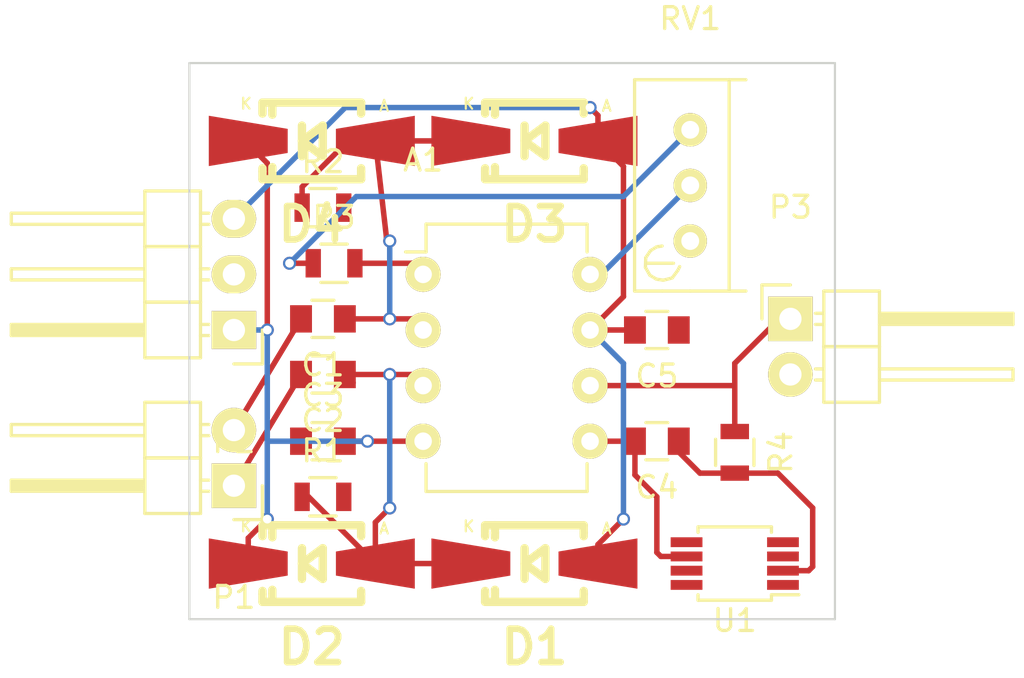
<source format=kicad_pcb>
(kicad_pcb (version 4) (host pcbnew 0.201505300414+5690~23~ubuntu14.04.1-product)

  (general
    (links 32)
    (no_connects 5)
    (area 0 0 0 0)
    (thickness 1.6)
    (drawings 4)
    (tracks 91)
    (zones 0)
    (modules 19)
    (nets 18)
  )

  (page A4)
  (layers
    (0 F.Cu signal)
    (31 B.Cu signal)
    (32 B.Adhes user)
    (33 F.Adhes user)
    (34 B.Paste user)
    (35 F.Paste user)
    (36 B.SilkS user)
    (37 F.SilkS user)
    (38 B.Mask user)
    (39 F.Mask user)
    (40 Dwgs.User user)
    (41 Cmts.User user)
    (42 Eco1.User user)
    (43 Eco2.User user)
    (44 Edge.Cuts user)
    (45 Margin user)
    (46 B.CrtYd user)
    (47 F.CrtYd user)
    (48 B.Fab user)
    (49 F.Fab user)
  )

  (setup
    (last_trace_width 0.25)
    (trace_clearance 0.2)
    (zone_clearance 0.508)
    (zone_45_only no)
    (trace_min 0.2)
    (segment_width 0.2)
    (edge_width 0.1)
    (via_size 0.6)
    (via_drill 0.4)
    (via_min_size 0.4)
    (via_min_drill 0.3)
    (uvia_size 0.3)
    (uvia_drill 0.1)
    (uvias_allowed no)
    (uvia_min_size 0.2)
    (uvia_min_drill 0.1)
    (pcb_text_width 0.3)
    (pcb_text_size 1.5 1.5)
    (mod_edge_width 0.15)
    (mod_text_size 1 1)
    (mod_text_width 0.15)
    (pad_size 1.5 1.5)
    (pad_drill 0.6)
    (pad_to_mask_clearance 0)
    (aux_axis_origin 0 0)
    (visible_elements FFFFFF7F)
    (pcbplotparams
      (layerselection 0x00030_80000001)
      (usegerberextensions false)
      (excludeedgelayer true)
      (linewidth 0.100000)
      (plotframeref false)
      (viasonmask false)
      (mode 1)
      (useauxorigin false)
      (hpglpennumber 1)
      (hpglpenspeed 20)
      (hpglpendiameter 15)
      (hpglpenoverlay 2)
      (psnegative false)
      (psa4output false)
      (plotreference true)
      (plotvalue true)
      (plotinvisibletext false)
      (padsonsilk false)
      (subtractmaskfromsilk false)
      (outputformat 1)
      (mirror false)
      (drillshape 1)
      (scaleselection 1)
      (outputdirectory ""))
  )

  (net 0 "")
  (net 1 "Net-(A1-Pad1)")
  (net 2 "Net-(A1-Pad2)")
  (net 3 "Net-(A1-Pad3)")
  (net 4 -15V)
  (net 5 "Net-(A1-Pad5)")
  (net 6 "Net-(A1-Pad6)")
  (net 7 +15V)
  (net 8 "Net-(A1-Pad8)")
  (net 9 "Net-(C1-Pad2)")
  (net 10 "Net-(C2-Pad2)")
  (net 11 GND)
  (net 12 "Net-(C4-Pad1)")
  (net 13 "Net-(R1-Pad2)")
  (net 14 "Net-(R3-Pad1)")
  (net 15 "Net-(RV1-Pad1)")
  (net 16 "Net-(U1-Pad4)")
  (net 17 "Net-(U1-Pad7)")

  (net_class Default "This is the default net class."
    (clearance 0.2)
    (trace_width 0.25)
    (via_dia 0.6)
    (via_drill 0.4)
    (uvia_dia 0.3)
    (uvia_drill 0.1)
    (add_net +15V)
    (add_net -15V)
    (add_net GND)
    (add_net "Net-(A1-Pad1)")
    (add_net "Net-(A1-Pad2)")
    (add_net "Net-(A1-Pad3)")
    (add_net "Net-(A1-Pad5)")
    (add_net "Net-(A1-Pad6)")
    (add_net "Net-(A1-Pad8)")
    (add_net "Net-(C1-Pad2)")
    (add_net "Net-(C2-Pad2)")
    (add_net "Net-(C4-Pad1)")
    (add_net "Net-(R1-Pad2)")
    (add_net "Net-(R3-Pad1)")
    (add_net "Net-(RV1-Pad1)")
    (add_net "Net-(U1-Pad4)")
    (add_net "Net-(U1-Pad7)")
  )

  (module Housings_DIP:DIP-8_W7.62mm (layer F.Cu) (tedit 54130A77) (tstamp 5574CBE1)
    (at 59.436 83.312)
    (descr "8-lead dip package, row spacing 7.62 mm (300 mils)")
    (tags "dil dip 2.54 300")
    (path /5573BC51)
    (fp_text reference A1 (at 0 -5.22) (layer F.SilkS)
      (effects (font (size 1 1) (thickness 0.15)))
    )
    (fp_text value INA217 (at 0 -3.72) (layer F.Fab)
      (effects (font (size 1 1) (thickness 0.15)))
    )
    (fp_line (start -1.05 -2.45) (end -1.05 10.1) (layer F.CrtYd) (width 0.05))
    (fp_line (start 8.65 -2.45) (end 8.65 10.1) (layer F.CrtYd) (width 0.05))
    (fp_line (start -1.05 -2.45) (end 8.65 -2.45) (layer F.CrtYd) (width 0.05))
    (fp_line (start -1.05 10.1) (end 8.65 10.1) (layer F.CrtYd) (width 0.05))
    (fp_line (start 0.135 -2.295) (end 0.135 -1.025) (layer F.SilkS) (width 0.15))
    (fp_line (start 7.485 -2.295) (end 7.485 -1.025) (layer F.SilkS) (width 0.15))
    (fp_line (start 7.485 9.915) (end 7.485 8.645) (layer F.SilkS) (width 0.15))
    (fp_line (start 0.135 9.915) (end 0.135 8.645) (layer F.SilkS) (width 0.15))
    (fp_line (start 0.135 -2.295) (end 7.485 -2.295) (layer F.SilkS) (width 0.15))
    (fp_line (start 0.135 9.915) (end 7.485 9.915) (layer F.SilkS) (width 0.15))
    (fp_line (start 0.135 -1.025) (end -0.8 -1.025) (layer F.SilkS) (width 0.15))
    (pad 1 thru_hole oval (at 0 0) (size 1.6 1.6) (drill 0.8) (layers *.Cu *.Mask F.SilkS)
      (net 1 "Net-(A1-Pad1)"))
    (pad 2 thru_hole oval (at 0 2.54) (size 1.6 1.6) (drill 0.8) (layers *.Cu *.Mask F.SilkS)
      (net 2 "Net-(A1-Pad2)"))
    (pad 3 thru_hole oval (at 0 5.08) (size 1.6 1.6) (drill 0.8) (layers *.Cu *.Mask F.SilkS)
      (net 3 "Net-(A1-Pad3)"))
    (pad 4 thru_hole oval (at 0 7.62) (size 1.6 1.6) (drill 0.8) (layers *.Cu *.Mask F.SilkS)
      (net 4 -15V))
    (pad 5 thru_hole oval (at 7.62 7.62) (size 1.6 1.6) (drill 0.8) (layers *.Cu *.Mask F.SilkS)
      (net 5 "Net-(A1-Pad5)"))
    (pad 6 thru_hole oval (at 7.62 5.08) (size 1.6 1.6) (drill 0.8) (layers *.Cu *.Mask F.SilkS)
      (net 6 "Net-(A1-Pad6)"))
    (pad 7 thru_hole oval (at 7.62 2.54) (size 1.6 1.6) (drill 0.8) (layers *.Cu *.Mask F.SilkS)
      (net 7 +15V))
    (pad 8 thru_hole oval (at 7.62 0) (size 1.6 1.6) (drill 0.8) (layers *.Cu *.Mask F.SilkS)
      (net 8 "Net-(A1-Pad8)"))
    (model Housings_DIP.3dshapes/DIP-8_W7.62mm.wrl
      (at (xyz 0 0 0))
      (scale (xyz 1 1 1))
      (rotate (xyz 0 0 0))
    )
  )

  (module Capacitors_SMD:C_0805 (layer F.Cu) (tedit 5415D6EA) (tstamp 5574CBE7)
    (at 54.864 85.344 180)
    (descr "Capacitor SMD 0805, reflow soldering, AVX (see smccp.pdf)")
    (tags "capacitor 0805")
    (path /5573C68A)
    (attr smd)
    (fp_text reference C1 (at 0 -2.1 180) (layer F.SilkS)
      (effects (font (size 1 1) (thickness 0.15)))
    )
    (fp_text value 1uf (at 0 2.1 180) (layer F.Fab)
      (effects (font (size 1 1) (thickness 0.15)))
    )
    (fp_line (start -1.8 -1) (end 1.8 -1) (layer F.CrtYd) (width 0.05))
    (fp_line (start -1.8 1) (end 1.8 1) (layer F.CrtYd) (width 0.05))
    (fp_line (start -1.8 -1) (end -1.8 1) (layer F.CrtYd) (width 0.05))
    (fp_line (start 1.8 -1) (end 1.8 1) (layer F.CrtYd) (width 0.05))
    (fp_line (start 0.5 -0.85) (end -0.5 -0.85) (layer F.SilkS) (width 0.15))
    (fp_line (start -0.5 0.85) (end 0.5 0.85) (layer F.SilkS) (width 0.15))
    (pad 1 smd rect (at -1 0 180) (size 1 1.25) (layers F.Cu F.Paste F.Mask)
      (net 2 "Net-(A1-Pad2)"))
    (pad 2 smd rect (at 1 0 180) (size 1 1.25) (layers F.Cu F.Paste F.Mask)
      (net 9 "Net-(C1-Pad2)"))
    (model Capacitors_SMD.3dshapes/C_0805.wrl
      (at (xyz 0 0 0))
      (scale (xyz 1 1 1))
      (rotate (xyz 0 0 0))
    )
  )

  (module Capacitors_SMD:C_0805 (layer F.Cu) (tedit 5415D6EA) (tstamp 5574CBED)
    (at 54.864 87.884 180)
    (descr "Capacitor SMD 0805, reflow soldering, AVX (see smccp.pdf)")
    (tags "capacitor 0805")
    (path /5573C6BF)
    (attr smd)
    (fp_text reference C2 (at 0 -2.1 180) (layer F.SilkS)
      (effects (font (size 1 1) (thickness 0.15)))
    )
    (fp_text value 1uf (at 0 2.1 180) (layer F.Fab)
      (effects (font (size 1 1) (thickness 0.15)))
    )
    (fp_line (start -1.8 -1) (end 1.8 -1) (layer F.CrtYd) (width 0.05))
    (fp_line (start -1.8 1) (end 1.8 1) (layer F.CrtYd) (width 0.05))
    (fp_line (start -1.8 -1) (end -1.8 1) (layer F.CrtYd) (width 0.05))
    (fp_line (start 1.8 -1) (end 1.8 1) (layer F.CrtYd) (width 0.05))
    (fp_line (start 0.5 -0.85) (end -0.5 -0.85) (layer F.SilkS) (width 0.15))
    (fp_line (start -0.5 0.85) (end 0.5 0.85) (layer F.SilkS) (width 0.15))
    (pad 1 smd rect (at -1 0 180) (size 1 1.25) (layers F.Cu F.Paste F.Mask)
      (net 3 "Net-(A1-Pad3)"))
    (pad 2 smd rect (at 1 0 180) (size 1 1.25) (layers F.Cu F.Paste F.Mask)
      (net 10 "Net-(C2-Pad2)"))
    (model Capacitors_SMD.3dshapes/C_0805.wrl
      (at (xyz 0 0 0))
      (scale (xyz 1 1 1))
      (rotate (xyz 0 0 0))
    )
  )

  (module Capacitors_SMD:C_0805 (layer F.Cu) (tedit 5415D6EA) (tstamp 5574CBF3)
    (at 54.864 90.932)
    (descr "Capacitor SMD 0805, reflow soldering, AVX (see smccp.pdf)")
    (tags "capacitor 0805")
    (path /5573CC60)
    (attr smd)
    (fp_text reference C3 (at 0 -2.1) (layer F.SilkS)
      (effects (font (size 1 1) (thickness 0.15)))
    )
    (fp_text value 0.1uf (at 0 2.1) (layer F.Fab)
      (effects (font (size 1 1) (thickness 0.15)))
    )
    (fp_line (start -1.8 -1) (end 1.8 -1) (layer F.CrtYd) (width 0.05))
    (fp_line (start -1.8 1) (end 1.8 1) (layer F.CrtYd) (width 0.05))
    (fp_line (start -1.8 -1) (end -1.8 1) (layer F.CrtYd) (width 0.05))
    (fp_line (start 1.8 -1) (end 1.8 1) (layer F.CrtYd) (width 0.05))
    (fp_line (start 0.5 -0.85) (end -0.5 -0.85) (layer F.SilkS) (width 0.15))
    (fp_line (start -0.5 0.85) (end 0.5 0.85) (layer F.SilkS) (width 0.15))
    (pad 1 smd rect (at -1 0) (size 1 1.25) (layers F.Cu F.Paste F.Mask)
      (net 11 GND))
    (pad 2 smd rect (at 1 0) (size 1 1.25) (layers F.Cu F.Paste F.Mask)
      (net 4 -15V))
    (model Capacitors_SMD.3dshapes/C_0805.wrl
      (at (xyz 0 0 0))
      (scale (xyz 1 1 1))
      (rotate (xyz 0 0 0))
    )
  )

  (module Capacitors_SMD:C_0805 (layer F.Cu) (tedit 5415D6EA) (tstamp 5574CBF9)
    (at 70.104 90.932 180)
    (descr "Capacitor SMD 0805, reflow soldering, AVX (see smccp.pdf)")
    (tags "capacitor 0805")
    (path /55749A81)
    (attr smd)
    (fp_text reference C4 (at 0 -2.1 180) (layer F.SilkS)
      (effects (font (size 1 1) (thickness 0.15)))
    )
    (fp_text value 0.1uf (at 0 2.1 180) (layer F.Fab)
      (effects (font (size 1 1) (thickness 0.15)))
    )
    (fp_line (start -1.8 -1) (end 1.8 -1) (layer F.CrtYd) (width 0.05))
    (fp_line (start -1.8 1) (end 1.8 1) (layer F.CrtYd) (width 0.05))
    (fp_line (start -1.8 -1) (end -1.8 1) (layer F.CrtYd) (width 0.05))
    (fp_line (start 1.8 -1) (end 1.8 1) (layer F.CrtYd) (width 0.05))
    (fp_line (start 0.5 -0.85) (end -0.5 -0.85) (layer F.SilkS) (width 0.15))
    (fp_line (start -0.5 0.85) (end 0.5 0.85) (layer F.SilkS) (width 0.15))
    (pad 1 smd rect (at -1 0 180) (size 1 1.25) (layers F.Cu F.Paste F.Mask)
      (net 12 "Net-(C4-Pad1)"))
    (pad 2 smd rect (at 1 0 180) (size 1 1.25) (layers F.Cu F.Paste F.Mask)
      (net 5 "Net-(A1-Pad5)"))
    (model Capacitors_SMD.3dshapes/C_0805.wrl
      (at (xyz 0 0 0))
      (scale (xyz 1 1 1))
      (rotate (xyz 0 0 0))
    )
  )

  (module Capacitors_SMD:C_0805 (layer F.Cu) (tedit 5415D6EA) (tstamp 5574CBFF)
    (at 70.104 85.852 180)
    (descr "Capacitor SMD 0805, reflow soldering, AVX (see smccp.pdf)")
    (tags "capacitor 0805")
    (path /5573DAF6)
    (attr smd)
    (fp_text reference C5 (at 0 -2.1 180) (layer F.SilkS)
      (effects (font (size 1 1) (thickness 0.15)))
    )
    (fp_text value 0.1uf (at 0 2.1 180) (layer F.Fab)
      (effects (font (size 1 1) (thickness 0.15)))
    )
    (fp_line (start -1.8 -1) (end 1.8 -1) (layer F.CrtYd) (width 0.05))
    (fp_line (start -1.8 1) (end 1.8 1) (layer F.CrtYd) (width 0.05))
    (fp_line (start -1.8 -1) (end -1.8 1) (layer F.CrtYd) (width 0.05))
    (fp_line (start 1.8 -1) (end 1.8 1) (layer F.CrtYd) (width 0.05))
    (fp_line (start 0.5 -0.85) (end -0.5 -0.85) (layer F.SilkS) (width 0.15))
    (fp_line (start -0.5 0.85) (end 0.5 0.85) (layer F.SilkS) (width 0.15))
    (pad 1 smd rect (at -1 0 180) (size 1 1.25) (layers F.Cu F.Paste F.Mask)
      (net 11 GND))
    (pad 2 smd rect (at 1 0 180) (size 1 1.25) (layers F.Cu F.Paste F.Mask)
      (net 7 +15V))
    (model Capacitors_SMD.3dshapes/C_0805.wrl
      (at (xyz 0 0 0))
      (scale (xyz 1 1 1))
      (rotate (xyz 0 0 0))
    )
  )

  (module Dioden_SMD_RevA_06Sep2012:Diode-Universal-SMA-SMB_Handsoldering_RevA_27July2010 (layer F.Cu) (tedit 5048C4D5) (tstamp 5574CC05)
    (at 64.516 96.52 180)
    (descr "Diode, Universal, SMA, SMB, Handsoldering,")
    (tags "Diode, Universal, SMA, SMB, Handsoldering,")
    (path /5573C2BA)
    (attr smd)
    (fp_text reference D1 (at 0 -3.81 180) (layer F.SilkS)
      (effects (font (thickness 0.3048)))
    )
    (fp_text value D (at 0 3.81 180) (layer F.SilkS) hide
      (effects (font (thickness 0.3048)))
    )
    (fp_line (start 0.44958 0) (end -0.50038 -0.70104) (layer F.SilkS) (width 0.381))
    (fp_line (start -0.50038 -0.70104) (end -0.50038 0.70104) (layer F.SilkS) (width 0.381))
    (fp_line (start -0.50038 0.70104) (end 0.44958 0) (layer F.SilkS) (width 0.381))
    (fp_line (start 0.44958 -0.70104) (end 0.44958 0.70104) (layer F.SilkS) (width 0.381))
    (fp_line (start -2.25044 1.39954) (end -2.25044 1.24968) (layer F.SilkS) (width 0.381))
    (fp_line (start -2.25044 -1.39954) (end -2.25044 -1.24968) (layer F.SilkS) (width 0.381))
    (fp_line (start 1.80086 1.39954) (end 1.80086 1.19888) (layer F.SilkS) (width 0.381))
    (fp_line (start 2.25044 1.34874) (end 2.25044 1.24968) (layer F.SilkS) (width 0.381))
    (fp_line (start 1.80086 -1.34874) (end 1.80086 -1.19888) (layer F.SilkS) (width 0.381))
    (fp_line (start 2.25044 -1.39954) (end 2.25044 -1.24968) (layer F.SilkS) (width 0.381))
    (fp_text user A (at -3.29946 1.6002 180) (layer F.SilkS)
      (effects (font (size 0.50038 0.50038) (thickness 0.09906)))
    )
    (fp_text user K (at 2.99974 1.69926 180) (layer F.SilkS)
      (effects (font (size 0.50038 0.50038) (thickness 0.09906)))
    )
    (fp_line (start 1.80086 1.75006) (end 1.80086 1.39954) (layer F.SilkS) (width 0.381))
    (fp_line (start 1.80086 -1.75006) (end 1.80086 -1.39954) (layer F.SilkS) (width 0.381))
    (fp_line (start 2.25044 1.75006) (end 2.25044 1.39954) (layer F.SilkS) (width 0.381))
    (fp_line (start -2.25044 1.75006) (end -2.25044 1.39954) (layer F.SilkS) (width 0.381))
    (fp_line (start -2.25044 -1.75006) (end -2.25044 -1.39954) (layer F.SilkS) (width 0.381))
    (fp_line (start 2.25044 -1.75006) (end 2.25044 -1.39954) (layer F.SilkS) (width 0.381))
    (fp_line (start -2.25044 1.75006) (end 2.25044 1.75006) (layer F.SilkS) (width 0.381))
    (fp_line (start -2.25044 -1.75006) (end 2.25044 -1.75006) (layer F.SilkS) (width 0.381))
    (pad 1 smd trapezoid (at -2.90068 0 180) (size 3.60172 1.69926) (rect_delta 0.59944 0 ) (layers F.Cu F.Paste F.Mask)
      (net 7 +15V))
    (pad 2 smd trapezoid (at 2.90068 0) (size 3.60172 1.69926) (rect_delta 0.59944 0 ) (layers F.Cu F.Paste F.Mask)
      (net 3 "Net-(A1-Pad3)"))
  )

  (module Dioden_SMD_RevA_06Sep2012:Diode-Universal-SMA-SMB_Handsoldering_RevA_27July2010 (layer F.Cu) (tedit 5048C4D5) (tstamp 5574CC0B)
    (at 54.356 96.52 180)
    (descr "Diode, Universal, SMA, SMB, Handsoldering,")
    (tags "Diode, Universal, SMA, SMB, Handsoldering,")
    (path /5573C357)
    (attr smd)
    (fp_text reference D2 (at 0 -3.81 180) (layer F.SilkS)
      (effects (font (thickness 0.3048)))
    )
    (fp_text value D (at 0 3.81 180) (layer F.SilkS) hide
      (effects (font (thickness 0.3048)))
    )
    (fp_line (start 0.44958 0) (end -0.50038 -0.70104) (layer F.SilkS) (width 0.381))
    (fp_line (start -0.50038 -0.70104) (end -0.50038 0.70104) (layer F.SilkS) (width 0.381))
    (fp_line (start -0.50038 0.70104) (end 0.44958 0) (layer F.SilkS) (width 0.381))
    (fp_line (start 0.44958 -0.70104) (end 0.44958 0.70104) (layer F.SilkS) (width 0.381))
    (fp_line (start -2.25044 1.39954) (end -2.25044 1.24968) (layer F.SilkS) (width 0.381))
    (fp_line (start -2.25044 -1.39954) (end -2.25044 -1.24968) (layer F.SilkS) (width 0.381))
    (fp_line (start 1.80086 1.39954) (end 1.80086 1.19888) (layer F.SilkS) (width 0.381))
    (fp_line (start 2.25044 1.34874) (end 2.25044 1.24968) (layer F.SilkS) (width 0.381))
    (fp_line (start 1.80086 -1.34874) (end 1.80086 -1.19888) (layer F.SilkS) (width 0.381))
    (fp_line (start 2.25044 -1.39954) (end 2.25044 -1.24968) (layer F.SilkS) (width 0.381))
    (fp_text user A (at -3.29946 1.6002 180) (layer F.SilkS)
      (effects (font (size 0.50038 0.50038) (thickness 0.09906)))
    )
    (fp_text user K (at 2.99974 1.69926 180) (layer F.SilkS)
      (effects (font (size 0.50038 0.50038) (thickness 0.09906)))
    )
    (fp_line (start 1.80086 1.75006) (end 1.80086 1.39954) (layer F.SilkS) (width 0.381))
    (fp_line (start 1.80086 -1.75006) (end 1.80086 -1.39954) (layer F.SilkS) (width 0.381))
    (fp_line (start 2.25044 1.75006) (end 2.25044 1.39954) (layer F.SilkS) (width 0.381))
    (fp_line (start -2.25044 1.75006) (end -2.25044 1.39954) (layer F.SilkS) (width 0.381))
    (fp_line (start -2.25044 -1.75006) (end -2.25044 -1.39954) (layer F.SilkS) (width 0.381))
    (fp_line (start 2.25044 -1.75006) (end 2.25044 -1.39954) (layer F.SilkS) (width 0.381))
    (fp_line (start -2.25044 1.75006) (end 2.25044 1.75006) (layer F.SilkS) (width 0.381))
    (fp_line (start -2.25044 -1.75006) (end 2.25044 -1.75006) (layer F.SilkS) (width 0.381))
    (pad 1 smd trapezoid (at -2.90068 0 180) (size 3.60172 1.69926) (rect_delta 0.59944 0 ) (layers F.Cu F.Paste F.Mask)
      (net 3 "Net-(A1-Pad3)"))
    (pad 2 smd trapezoid (at 2.90068 0) (size 3.60172 1.69926) (rect_delta 0.59944 0 ) (layers F.Cu F.Paste F.Mask)
      (net 4 -15V))
  )

  (module Dioden_SMD_RevA_06Sep2012:Diode-Universal-SMA-SMB_Handsoldering_RevA_27July2010 (layer F.Cu) (tedit 5048C4D5) (tstamp 5574CC11)
    (at 64.516 77.216 180)
    (descr "Diode, Universal, SMA, SMB, Handsoldering,")
    (tags "Diode, Universal, SMA, SMB, Handsoldering,")
    (path /5573C000)
    (attr smd)
    (fp_text reference D3 (at 0 -3.81 180) (layer F.SilkS)
      (effects (font (thickness 0.3048)))
    )
    (fp_text value D (at 0 3.81 180) (layer F.SilkS) hide
      (effects (font (thickness 0.3048)))
    )
    (fp_line (start 0.44958 0) (end -0.50038 -0.70104) (layer F.SilkS) (width 0.381))
    (fp_line (start -0.50038 -0.70104) (end -0.50038 0.70104) (layer F.SilkS) (width 0.381))
    (fp_line (start -0.50038 0.70104) (end 0.44958 0) (layer F.SilkS) (width 0.381))
    (fp_line (start 0.44958 -0.70104) (end 0.44958 0.70104) (layer F.SilkS) (width 0.381))
    (fp_line (start -2.25044 1.39954) (end -2.25044 1.24968) (layer F.SilkS) (width 0.381))
    (fp_line (start -2.25044 -1.39954) (end -2.25044 -1.24968) (layer F.SilkS) (width 0.381))
    (fp_line (start 1.80086 1.39954) (end 1.80086 1.19888) (layer F.SilkS) (width 0.381))
    (fp_line (start 2.25044 1.34874) (end 2.25044 1.24968) (layer F.SilkS) (width 0.381))
    (fp_line (start 1.80086 -1.34874) (end 1.80086 -1.19888) (layer F.SilkS) (width 0.381))
    (fp_line (start 2.25044 -1.39954) (end 2.25044 -1.24968) (layer F.SilkS) (width 0.381))
    (fp_text user A (at -3.29946 1.6002 180) (layer F.SilkS)
      (effects (font (size 0.50038 0.50038) (thickness 0.09906)))
    )
    (fp_text user K (at 2.99974 1.69926 180) (layer F.SilkS)
      (effects (font (size 0.50038 0.50038) (thickness 0.09906)))
    )
    (fp_line (start 1.80086 1.75006) (end 1.80086 1.39954) (layer F.SilkS) (width 0.381))
    (fp_line (start 1.80086 -1.75006) (end 1.80086 -1.39954) (layer F.SilkS) (width 0.381))
    (fp_line (start 2.25044 1.75006) (end 2.25044 1.39954) (layer F.SilkS) (width 0.381))
    (fp_line (start -2.25044 1.75006) (end -2.25044 1.39954) (layer F.SilkS) (width 0.381))
    (fp_line (start -2.25044 -1.75006) (end -2.25044 -1.39954) (layer F.SilkS) (width 0.381))
    (fp_line (start 2.25044 -1.75006) (end 2.25044 -1.39954) (layer F.SilkS) (width 0.381))
    (fp_line (start -2.25044 1.75006) (end 2.25044 1.75006) (layer F.SilkS) (width 0.381))
    (fp_line (start -2.25044 -1.75006) (end 2.25044 -1.75006) (layer F.SilkS) (width 0.381))
    (pad 1 smd trapezoid (at -2.90068 0 180) (size 3.60172 1.69926) (rect_delta 0.59944 0 ) (layers F.Cu F.Paste F.Mask)
      (net 7 +15V))
    (pad 2 smd trapezoid (at 2.90068 0) (size 3.60172 1.69926) (rect_delta 0.59944 0 ) (layers F.Cu F.Paste F.Mask)
      (net 2 "Net-(A1-Pad2)"))
  )

  (module Dioden_SMD_RevA_06Sep2012:Diode-Universal-SMA-SMB_Handsoldering_RevA_27July2010 (layer F.Cu) (tedit 5048C4D5) (tstamp 5574CC17)
    (at 54.356 77.216 180)
    (descr "Diode, Universal, SMA, SMB, Handsoldering,")
    (tags "Diode, Universal, SMA, SMB, Handsoldering,")
    (path /5573C035)
    (attr smd)
    (fp_text reference D4 (at 0 -3.81 180) (layer F.SilkS)
      (effects (font (thickness 0.3048)))
    )
    (fp_text value D (at 0 3.81 180) (layer F.SilkS) hide
      (effects (font (thickness 0.3048)))
    )
    (fp_line (start 0.44958 0) (end -0.50038 -0.70104) (layer F.SilkS) (width 0.381))
    (fp_line (start -0.50038 -0.70104) (end -0.50038 0.70104) (layer F.SilkS) (width 0.381))
    (fp_line (start -0.50038 0.70104) (end 0.44958 0) (layer F.SilkS) (width 0.381))
    (fp_line (start 0.44958 -0.70104) (end 0.44958 0.70104) (layer F.SilkS) (width 0.381))
    (fp_line (start -2.25044 1.39954) (end -2.25044 1.24968) (layer F.SilkS) (width 0.381))
    (fp_line (start -2.25044 -1.39954) (end -2.25044 -1.24968) (layer F.SilkS) (width 0.381))
    (fp_line (start 1.80086 1.39954) (end 1.80086 1.19888) (layer F.SilkS) (width 0.381))
    (fp_line (start 2.25044 1.34874) (end 2.25044 1.24968) (layer F.SilkS) (width 0.381))
    (fp_line (start 1.80086 -1.34874) (end 1.80086 -1.19888) (layer F.SilkS) (width 0.381))
    (fp_line (start 2.25044 -1.39954) (end 2.25044 -1.24968) (layer F.SilkS) (width 0.381))
    (fp_text user A (at -3.29946 1.6002 180) (layer F.SilkS)
      (effects (font (size 0.50038 0.50038) (thickness 0.09906)))
    )
    (fp_text user K (at 2.99974 1.69926 180) (layer F.SilkS)
      (effects (font (size 0.50038 0.50038) (thickness 0.09906)))
    )
    (fp_line (start 1.80086 1.75006) (end 1.80086 1.39954) (layer F.SilkS) (width 0.381))
    (fp_line (start 1.80086 -1.75006) (end 1.80086 -1.39954) (layer F.SilkS) (width 0.381))
    (fp_line (start 2.25044 1.75006) (end 2.25044 1.39954) (layer F.SilkS) (width 0.381))
    (fp_line (start -2.25044 1.75006) (end -2.25044 1.39954) (layer F.SilkS) (width 0.381))
    (fp_line (start -2.25044 -1.75006) (end -2.25044 -1.39954) (layer F.SilkS) (width 0.381))
    (fp_line (start 2.25044 -1.75006) (end 2.25044 -1.39954) (layer F.SilkS) (width 0.381))
    (fp_line (start -2.25044 1.75006) (end 2.25044 1.75006) (layer F.SilkS) (width 0.381))
    (fp_line (start -2.25044 -1.75006) (end 2.25044 -1.75006) (layer F.SilkS) (width 0.381))
    (pad 1 smd trapezoid (at -2.90068 0 180) (size 3.60172 1.69926) (rect_delta 0.59944 0 ) (layers F.Cu F.Paste F.Mask)
      (net 2 "Net-(A1-Pad2)"))
    (pad 2 smd trapezoid (at 2.90068 0) (size 3.60172 1.69926) (rect_delta 0.59944 0 ) (layers F.Cu F.Paste F.Mask)
      (net 4 -15V))
  )

  (module Pin_Headers:Pin_Header_Angled_1x02 (layer F.Cu) (tedit 0) (tstamp 5574CC1D)
    (at 50.8 92.964 180)
    (descr "Through hole pin header")
    (tags "pin header")
    (path /5573BFA3)
    (fp_text reference P1 (at 0 -5.1 180) (layer F.SilkS)
      (effects (font (size 1 1) (thickness 0.15)))
    )
    (fp_text value RCA_IN (at 0 -3.1 180) (layer F.Fab)
      (effects (font (size 1 1) (thickness 0.15)))
    )
    (fp_line (start -1.5 -1.75) (end -1.5 4.3) (layer F.CrtYd) (width 0.05))
    (fp_line (start 10.65 -1.75) (end 10.65 4.3) (layer F.CrtYd) (width 0.05))
    (fp_line (start -1.5 -1.75) (end 10.65 -1.75) (layer F.CrtYd) (width 0.05))
    (fp_line (start -1.5 4.3) (end 10.65 4.3) (layer F.CrtYd) (width 0.05))
    (fp_line (start -1.3 -1.55) (end -1.3 0) (layer F.SilkS) (width 0.15))
    (fp_line (start 0 -1.55) (end -1.3 -1.55) (layer F.SilkS) (width 0.15))
    (fp_line (start 4.191 -0.127) (end 10.033 -0.127) (layer F.SilkS) (width 0.15))
    (fp_line (start 10.033 -0.127) (end 10.033 0.127) (layer F.SilkS) (width 0.15))
    (fp_line (start 10.033 0.127) (end 4.191 0.127) (layer F.SilkS) (width 0.15))
    (fp_line (start 4.191 0.127) (end 4.191 0) (layer F.SilkS) (width 0.15))
    (fp_line (start 4.191 0) (end 10.033 0) (layer F.SilkS) (width 0.15))
    (fp_line (start 1.524 -0.254) (end 1.143 -0.254) (layer F.SilkS) (width 0.15))
    (fp_line (start 1.524 0.254) (end 1.143 0.254) (layer F.SilkS) (width 0.15))
    (fp_line (start 1.524 2.286) (end 1.143 2.286) (layer F.SilkS) (width 0.15))
    (fp_line (start 1.524 2.794) (end 1.143 2.794) (layer F.SilkS) (width 0.15))
    (fp_line (start 1.524 -1.27) (end 4.064 -1.27) (layer F.SilkS) (width 0.15))
    (fp_line (start 1.524 1.27) (end 4.064 1.27) (layer F.SilkS) (width 0.15))
    (fp_line (start 1.524 1.27) (end 1.524 3.81) (layer F.SilkS) (width 0.15))
    (fp_line (start 1.524 3.81) (end 4.064 3.81) (layer F.SilkS) (width 0.15))
    (fp_line (start 4.064 2.286) (end 10.16 2.286) (layer F.SilkS) (width 0.15))
    (fp_line (start 10.16 2.286) (end 10.16 2.794) (layer F.SilkS) (width 0.15))
    (fp_line (start 10.16 2.794) (end 4.064 2.794) (layer F.SilkS) (width 0.15))
    (fp_line (start 4.064 3.81) (end 4.064 1.27) (layer F.SilkS) (width 0.15))
    (fp_line (start 4.064 1.27) (end 4.064 -1.27) (layer F.SilkS) (width 0.15))
    (fp_line (start 10.16 0.254) (end 4.064 0.254) (layer F.SilkS) (width 0.15))
    (fp_line (start 10.16 -0.254) (end 10.16 0.254) (layer F.SilkS) (width 0.15))
    (fp_line (start 4.064 -0.254) (end 10.16 -0.254) (layer F.SilkS) (width 0.15))
    (fp_line (start 1.524 1.27) (end 4.064 1.27) (layer F.SilkS) (width 0.15))
    (fp_line (start 1.524 -1.27) (end 1.524 1.27) (layer F.SilkS) (width 0.15))
    (pad 1 thru_hole rect (at 0 0 180) (size 2.032 2.032) (drill 1.016) (layers *.Cu *.Mask F.SilkS)
      (net 10 "Net-(C2-Pad2)"))
    (pad 2 thru_hole oval (at 0 2.54 180) (size 2.032 2.032) (drill 1.016) (layers *.Cu *.Mask F.SilkS)
      (net 9 "Net-(C1-Pad2)"))
    (model Pin_Headers.3dshapes/Pin_Header_Angled_1x02.wrl
      (at (xyz 0 -0.05 0))
      (scale (xyz 1 1 1))
      (rotate (xyz 0 0 90))
    )
  )

  (module Pin_Headers:Pin_Header_Angled_1x03 (layer F.Cu) (tedit 0) (tstamp 5574CC24)
    (at 50.8 85.852 180)
    (descr "Through hole pin header")
    (tags "pin header")
    (path /5573BE69)
    (fp_text reference P2 (at 0 -5.1 180) (layer F.SilkS)
      (effects (font (size 1 1) (thickness 0.15)))
    )
    (fp_text value Power (at 0 -3.1 180) (layer F.Fab)
      (effects (font (size 1 1) (thickness 0.15)))
    )
    (fp_line (start -1.5 -1.75) (end -1.5 6.85) (layer F.CrtYd) (width 0.05))
    (fp_line (start 10.65 -1.75) (end 10.65 6.85) (layer F.CrtYd) (width 0.05))
    (fp_line (start -1.5 -1.75) (end 10.65 -1.75) (layer F.CrtYd) (width 0.05))
    (fp_line (start -1.5 6.85) (end 10.65 6.85) (layer F.CrtYd) (width 0.05))
    (fp_line (start -1.3 -1.55) (end -1.3 0) (layer F.SilkS) (width 0.15))
    (fp_line (start 0 -1.55) (end -1.3 -1.55) (layer F.SilkS) (width 0.15))
    (fp_line (start 4.191 -0.127) (end 10.033 -0.127) (layer F.SilkS) (width 0.15))
    (fp_line (start 10.033 -0.127) (end 10.033 0.127) (layer F.SilkS) (width 0.15))
    (fp_line (start 10.033 0.127) (end 4.191 0.127) (layer F.SilkS) (width 0.15))
    (fp_line (start 4.191 0.127) (end 4.191 0) (layer F.SilkS) (width 0.15))
    (fp_line (start 4.191 0) (end 10.033 0) (layer F.SilkS) (width 0.15))
    (fp_line (start 1.524 -0.254) (end 1.143 -0.254) (layer F.SilkS) (width 0.15))
    (fp_line (start 1.524 0.254) (end 1.143 0.254) (layer F.SilkS) (width 0.15))
    (fp_line (start 1.524 2.286) (end 1.143 2.286) (layer F.SilkS) (width 0.15))
    (fp_line (start 1.524 2.794) (end 1.143 2.794) (layer F.SilkS) (width 0.15))
    (fp_line (start 1.524 4.826) (end 1.143 4.826) (layer F.SilkS) (width 0.15))
    (fp_line (start 1.524 5.334) (end 1.143 5.334) (layer F.SilkS) (width 0.15))
    (fp_line (start 4.064 1.27) (end 4.064 -1.27) (layer F.SilkS) (width 0.15))
    (fp_line (start 10.16 0.254) (end 4.064 0.254) (layer F.SilkS) (width 0.15))
    (fp_line (start 10.16 -0.254) (end 10.16 0.254) (layer F.SilkS) (width 0.15))
    (fp_line (start 4.064 -0.254) (end 10.16 -0.254) (layer F.SilkS) (width 0.15))
    (fp_line (start 1.524 1.27) (end 4.064 1.27) (layer F.SilkS) (width 0.15))
    (fp_line (start 1.524 -1.27) (end 1.524 1.27) (layer F.SilkS) (width 0.15))
    (fp_line (start 1.524 -1.27) (end 4.064 -1.27) (layer F.SilkS) (width 0.15))
    (fp_line (start 1.524 3.81) (end 4.064 3.81) (layer F.SilkS) (width 0.15))
    (fp_line (start 1.524 3.81) (end 1.524 6.35) (layer F.SilkS) (width 0.15))
    (fp_line (start 4.064 4.826) (end 10.16 4.826) (layer F.SilkS) (width 0.15))
    (fp_line (start 10.16 4.826) (end 10.16 5.334) (layer F.SilkS) (width 0.15))
    (fp_line (start 10.16 5.334) (end 4.064 5.334) (layer F.SilkS) (width 0.15))
    (fp_line (start 4.064 6.35) (end 4.064 3.81) (layer F.SilkS) (width 0.15))
    (fp_line (start 4.064 3.81) (end 4.064 1.27) (layer F.SilkS) (width 0.15))
    (fp_line (start 10.16 2.794) (end 4.064 2.794) (layer F.SilkS) (width 0.15))
    (fp_line (start 10.16 2.286) (end 10.16 2.794) (layer F.SilkS) (width 0.15))
    (fp_line (start 4.064 2.286) (end 10.16 2.286) (layer F.SilkS) (width 0.15))
    (fp_line (start 1.524 3.81) (end 4.064 3.81) (layer F.SilkS) (width 0.15))
    (fp_line (start 1.524 1.27) (end 1.524 3.81) (layer F.SilkS) (width 0.15))
    (fp_line (start 1.524 1.27) (end 4.064 1.27) (layer F.SilkS) (width 0.15))
    (fp_line (start 1.524 6.35) (end 4.064 6.35) (layer F.SilkS) (width 0.15))
    (pad 1 thru_hole rect (at 0 0 180) (size 2.032 1.7272) (drill 1.016) (layers *.Cu *.Mask F.SilkS)
      (net 4 -15V))
    (pad 2 thru_hole oval (at 0 2.54 180) (size 2.032 1.7272) (drill 1.016) (layers *.Cu *.Mask F.SilkS)
      (net 11 GND))
    (pad 3 thru_hole oval (at 0 5.08 180) (size 2.032 1.7272) (drill 1.016) (layers *.Cu *.Mask F.SilkS)
      (net 7 +15V))
    (model Pin_Headers.3dshapes/Pin_Header_Angled_1x03.wrl
      (at (xyz 0 -0.1 0))
      (scale (xyz 1 1 1))
      (rotate (xyz 0 0 90))
    )
  )

  (module Pin_Headers:Pin_Header_Angled_1x02 (layer F.Cu) (tedit 0) (tstamp 5574CC2A)
    (at 76.2 85.344)
    (descr "Through hole pin header")
    (tags "pin header")
    (path /5573ED94)
    (fp_text reference P3 (at 0 -5.1) (layer F.SilkS)
      (effects (font (size 1 1) (thickness 0.15)))
    )
    (fp_text value RCA_OUT (at 0 -3.1) (layer F.Fab)
      (effects (font (size 1 1) (thickness 0.15)))
    )
    (fp_line (start -1.5 -1.75) (end -1.5 4.3) (layer F.CrtYd) (width 0.05))
    (fp_line (start 10.65 -1.75) (end 10.65 4.3) (layer F.CrtYd) (width 0.05))
    (fp_line (start -1.5 -1.75) (end 10.65 -1.75) (layer F.CrtYd) (width 0.05))
    (fp_line (start -1.5 4.3) (end 10.65 4.3) (layer F.CrtYd) (width 0.05))
    (fp_line (start -1.3 -1.55) (end -1.3 0) (layer F.SilkS) (width 0.15))
    (fp_line (start 0 -1.55) (end -1.3 -1.55) (layer F.SilkS) (width 0.15))
    (fp_line (start 4.191 -0.127) (end 10.033 -0.127) (layer F.SilkS) (width 0.15))
    (fp_line (start 10.033 -0.127) (end 10.033 0.127) (layer F.SilkS) (width 0.15))
    (fp_line (start 10.033 0.127) (end 4.191 0.127) (layer F.SilkS) (width 0.15))
    (fp_line (start 4.191 0.127) (end 4.191 0) (layer F.SilkS) (width 0.15))
    (fp_line (start 4.191 0) (end 10.033 0) (layer F.SilkS) (width 0.15))
    (fp_line (start 1.524 -0.254) (end 1.143 -0.254) (layer F.SilkS) (width 0.15))
    (fp_line (start 1.524 0.254) (end 1.143 0.254) (layer F.SilkS) (width 0.15))
    (fp_line (start 1.524 2.286) (end 1.143 2.286) (layer F.SilkS) (width 0.15))
    (fp_line (start 1.524 2.794) (end 1.143 2.794) (layer F.SilkS) (width 0.15))
    (fp_line (start 1.524 -1.27) (end 4.064 -1.27) (layer F.SilkS) (width 0.15))
    (fp_line (start 1.524 1.27) (end 4.064 1.27) (layer F.SilkS) (width 0.15))
    (fp_line (start 1.524 1.27) (end 1.524 3.81) (layer F.SilkS) (width 0.15))
    (fp_line (start 1.524 3.81) (end 4.064 3.81) (layer F.SilkS) (width 0.15))
    (fp_line (start 4.064 2.286) (end 10.16 2.286) (layer F.SilkS) (width 0.15))
    (fp_line (start 10.16 2.286) (end 10.16 2.794) (layer F.SilkS) (width 0.15))
    (fp_line (start 10.16 2.794) (end 4.064 2.794) (layer F.SilkS) (width 0.15))
    (fp_line (start 4.064 3.81) (end 4.064 1.27) (layer F.SilkS) (width 0.15))
    (fp_line (start 4.064 1.27) (end 4.064 -1.27) (layer F.SilkS) (width 0.15))
    (fp_line (start 10.16 0.254) (end 4.064 0.254) (layer F.SilkS) (width 0.15))
    (fp_line (start 10.16 -0.254) (end 10.16 0.254) (layer F.SilkS) (width 0.15))
    (fp_line (start 4.064 -0.254) (end 10.16 -0.254) (layer F.SilkS) (width 0.15))
    (fp_line (start 1.524 1.27) (end 4.064 1.27) (layer F.SilkS) (width 0.15))
    (fp_line (start 1.524 -1.27) (end 1.524 1.27) (layer F.SilkS) (width 0.15))
    (pad 1 thru_hole rect (at 0 0) (size 2.032 2.032) (drill 1.016) (layers *.Cu *.Mask F.SilkS)
      (net 6 "Net-(A1-Pad6)"))
    (pad 2 thru_hole oval (at 0 2.54) (size 2.032 2.032) (drill 1.016) (layers *.Cu *.Mask F.SilkS)
      (net 11 GND))
    (model Pin_Headers.3dshapes/Pin_Header_Angled_1x02.wrl
      (at (xyz 0 -0.05 0))
      (scale (xyz 1 1 1))
      (rotate (xyz 0 0 90))
    )
  )

  (module Resistors_SMD:R_0805 (layer F.Cu) (tedit 5415CDEB) (tstamp 5574CC30)
    (at 54.864 93.472)
    (descr "Resistor SMD 0805, reflow soldering, Vishay (see dcrcw.pdf)")
    (tags "resistor 0805")
    (path /5573C7A3)
    (attr smd)
    (fp_text reference R1 (at 0 -2.1) (layer F.SilkS)
      (effects (font (size 1 1) (thickness 0.15)))
    )
    (fp_text value 2.2k (at 0 2.1) (layer F.Fab)
      (effects (font (size 1 1) (thickness 0.15)))
    )
    (fp_line (start -1.6 -1) (end 1.6 -1) (layer F.CrtYd) (width 0.05))
    (fp_line (start -1.6 1) (end 1.6 1) (layer F.CrtYd) (width 0.05))
    (fp_line (start -1.6 -1) (end -1.6 1) (layer F.CrtYd) (width 0.05))
    (fp_line (start 1.6 -1) (end 1.6 1) (layer F.CrtYd) (width 0.05))
    (fp_line (start 0.6 0.875) (end -0.6 0.875) (layer F.SilkS) (width 0.15))
    (fp_line (start -0.6 -0.875) (end 0.6 -0.875) (layer F.SilkS) (width 0.15))
    (pad 1 smd rect (at -0.95 0) (size 0.7 1.3) (layers F.Cu F.Paste F.Mask)
      (net 3 "Net-(A1-Pad3)"))
    (pad 2 smd rect (at 0.95 0) (size 0.7 1.3) (layers F.Cu F.Paste F.Mask)
      (net 13 "Net-(R1-Pad2)"))
    (model Resistors_SMD.3dshapes/R_0805.wrl
      (at (xyz 0 0 0))
      (scale (xyz 1 1 1))
      (rotate (xyz 0 0 0))
    )
  )

  (module Resistors_SMD:R_0805 (layer F.Cu) (tedit 5415CDEB) (tstamp 5574CC36)
    (at 54.864 80.264)
    (descr "Resistor SMD 0805, reflow soldering, Vishay (see dcrcw.pdf)")
    (tags "resistor 0805")
    (path /5573C7EF)
    (attr smd)
    (fp_text reference R2 (at 0 -2.1) (layer F.SilkS)
      (effects (font (size 1 1) (thickness 0.15)))
    )
    (fp_text value 2.2k (at 0 2.1) (layer F.Fab)
      (effects (font (size 1 1) (thickness 0.15)))
    )
    (fp_line (start -1.6 -1) (end 1.6 -1) (layer F.CrtYd) (width 0.05))
    (fp_line (start -1.6 1) (end 1.6 1) (layer F.CrtYd) (width 0.05))
    (fp_line (start -1.6 -1) (end -1.6 1) (layer F.CrtYd) (width 0.05))
    (fp_line (start 1.6 -1) (end 1.6 1) (layer F.CrtYd) (width 0.05))
    (fp_line (start 0.6 0.875) (end -0.6 0.875) (layer F.SilkS) (width 0.15))
    (fp_line (start -0.6 -0.875) (end 0.6 -0.875) (layer F.SilkS) (width 0.15))
    (pad 1 smd rect (at -0.95 0) (size 0.7 1.3) (layers F.Cu F.Paste F.Mask)
      (net 2 "Net-(A1-Pad2)"))
    (pad 2 smd rect (at 0.95 0) (size 0.7 1.3) (layers F.Cu F.Paste F.Mask)
      (net 13 "Net-(R1-Pad2)"))
    (model Resistors_SMD.3dshapes/R_0805.wrl
      (at (xyz 0 0 0))
      (scale (xyz 1 1 1))
      (rotate (xyz 0 0 0))
    )
  )

  (module Resistors_SMD:R_0805 (layer F.Cu) (tedit 5415CDEB) (tstamp 5574CC3C)
    (at 55.372 82.804)
    (descr "Resistor SMD 0805, reflow soldering, Vishay (see dcrcw.pdf)")
    (tags "resistor 0805")
    (path /5573BCFE)
    (attr smd)
    (fp_text reference R3 (at 0 -2.1) (layer F.SilkS)
      (effects (font (size 1 1) (thickness 0.15)))
    )
    (fp_text value 1k (at 0 2.1) (layer F.Fab)
      (effects (font (size 1 1) (thickness 0.15)))
    )
    (fp_line (start -1.6 -1) (end 1.6 -1) (layer F.CrtYd) (width 0.05))
    (fp_line (start -1.6 1) (end 1.6 1) (layer F.CrtYd) (width 0.05))
    (fp_line (start -1.6 -1) (end -1.6 1) (layer F.CrtYd) (width 0.05))
    (fp_line (start 1.6 -1) (end 1.6 1) (layer F.CrtYd) (width 0.05))
    (fp_line (start 0.6 0.875) (end -0.6 0.875) (layer F.SilkS) (width 0.15))
    (fp_line (start -0.6 -0.875) (end 0.6 -0.875) (layer F.SilkS) (width 0.15))
    (pad 1 smd rect (at -0.95 0) (size 0.7 1.3) (layers F.Cu F.Paste F.Mask)
      (net 14 "Net-(R3-Pad1)"))
    (pad 2 smd rect (at 0.95 0) (size 0.7 1.3) (layers F.Cu F.Paste F.Mask)
      (net 1 "Net-(A1-Pad1)"))
    (model Resistors_SMD.3dshapes/R_0805.wrl
      (at (xyz 0 0 0))
      (scale (xyz 1 1 1))
      (rotate (xyz 0 0 0))
    )
  )

  (module Resistors_SMD:R_0805 (layer F.Cu) (tedit 5415CDEB) (tstamp 5574CC42)
    (at 73.66 91.44 270)
    (descr "Resistor SMD 0805, reflow soldering, Vishay (see dcrcw.pdf)")
    (tags "resistor 0805")
    (path /55749B49)
    (attr smd)
    (fp_text reference R4 (at 0 -2.1 270) (layer F.SilkS)
      (effects (font (size 1 1) (thickness 0.15)))
    )
    (fp_text value 1M (at 0 2.1 270) (layer F.Fab)
      (effects (font (size 1 1) (thickness 0.15)))
    )
    (fp_line (start -1.6 -1) (end 1.6 -1) (layer F.CrtYd) (width 0.05))
    (fp_line (start -1.6 1) (end 1.6 1) (layer F.CrtYd) (width 0.05))
    (fp_line (start -1.6 -1) (end -1.6 1) (layer F.CrtYd) (width 0.05))
    (fp_line (start 1.6 -1) (end 1.6 1) (layer F.CrtYd) (width 0.05))
    (fp_line (start 0.6 0.875) (end -0.6 0.875) (layer F.SilkS) (width 0.15))
    (fp_line (start -0.6 -0.875) (end 0.6 -0.875) (layer F.SilkS) (width 0.15))
    (pad 1 smd rect (at -0.95 0 270) (size 0.7 1.3) (layers F.Cu F.Paste F.Mask)
      (net 6 "Net-(A1-Pad6)"))
    (pad 2 smd rect (at 0.95 0 270) (size 0.7 1.3) (layers F.Cu F.Paste F.Mask)
      (net 12 "Net-(C4-Pad1)"))
    (model Resistors_SMD.3dshapes/R_0805.wrl
      (at (xyz 0 0 0))
      (scale (xyz 1 1 1))
      (rotate (xyz 0 0 0))
    )
  )

  (module Potentiometers:Potentiometer_Bourns_3296W_3-8Zoll_Inline_ScrewUp (layer F.Cu) (tedit 54130B3D) (tstamp 5574CC49)
    (at 71.628 81.788)
    (descr "3296, 3/8, Square, Trimpot, Trimming, Potentiometer, Bourns")
    (tags "3296, 3/8, Square, Trimpot, Trimming, Potentiometer, Bourns")
    (path /5573BDA7)
    (fp_text reference RV1 (at 0 -10.16) (layer F.SilkS)
      (effects (font (size 1 1) (thickness 0.15)))
    )
    (fp_text value 10k (at 1.27 5.08) (layer F.Fab)
      (effects (font (size 1 1) (thickness 0.15)))
    )
    (fp_line (start -2.032 1.016) (end -0.762 1.016) (layer F.SilkS) (width 0.15))
    (fp_line (start -1.2827 0.2286) (end -1.5367 0.2667) (layer F.SilkS) (width 0.15))
    (fp_line (start -1.5367 0.2667) (end -1.8161 0.4445) (layer F.SilkS) (width 0.15))
    (fp_line (start -1.8161 0.4445) (end -2.032 0.762) (layer F.SilkS) (width 0.15))
    (fp_line (start -2.032 0.762) (end -2.0447 1.2065) (layer F.SilkS) (width 0.15))
    (fp_line (start -2.0447 1.2065) (end -1.8415 1.5621) (layer F.SilkS) (width 0.15))
    (fp_line (start -1.8415 1.5621) (end -1.5494 1.7399) (layer F.SilkS) (width 0.15))
    (fp_line (start -1.5494 1.7399) (end -1.2319 1.7907) (layer F.SilkS) (width 0.15))
    (fp_line (start -1.2319 1.7907) (end -0.8255 1.6891) (layer F.SilkS) (width 0.15))
    (fp_line (start -0.8255 1.6891) (end -0.5715 1.3462) (layer F.SilkS) (width 0.15))
    (fp_line (start -0.5715 1.3462) (end -0.4826 1.1684) (layer F.SilkS) (width 0.15))
    (fp_line (start 1.778 -7.366) (end 1.778 2.286) (layer F.SilkS) (width 0.15))
    (fp_line (start -1.27 2.286) (end -2.54 2.286) (layer F.SilkS) (width 0.15))
    (fp_line (start -2.54 2.286) (end -2.54 -7.366) (layer F.SilkS) (width 0.15))
    (fp_line (start -2.54 -7.366) (end 2.54 -7.366) (layer F.SilkS) (width 0.15))
    (fp_line (start 2.54 2.286) (end 0 2.286) (layer F.SilkS) (width 0.15))
    (fp_line (start 0 2.286) (end -1.27 2.286) (layer F.SilkS) (width 0.15))
    (pad 2 thru_hole circle (at 0 -2.54) (size 1.524 1.524) (drill 0.8128) (layers *.Cu *.Mask F.SilkS)
      (net 8 "Net-(A1-Pad8)"))
    (pad 3 thru_hole circle (at 0 -5.08) (size 1.524 1.524) (drill 0.8128) (layers *.Cu *.Mask F.SilkS)
      (net 14 "Net-(R3-Pad1)"))
    (pad 1 thru_hole circle (at 0 0) (size 1.524 1.524) (drill 0.8128) (layers *.Cu *.Mask F.SilkS)
      (net 15 "Net-(RV1-Pad1)"))
    (model Potentiometers.3dshapes/Potentiometer_Bourns_3296W_3-8Zoll_Inline_ScrewUp.wrl
      (at (xyz 0 0 0))
      (scale (xyz 1 1 1))
      (rotate (xyz 0 0 0))
    )
  )

  (module Housings_SSOP:MSOP-8_3x3mm_Pitch0.65mm (layer F.Cu) (tedit 54130A77) (tstamp 5574CC52)
    (at 73.66 96.52 180)
    (descr "8-Lead Plastic Micro Small Outline Package (MS) [MSOP] (see Microchip Packaging Specification 00000049BS.pdf)")
    (tags "SSOP 0.65")
    (path /557496EB)
    (attr smd)
    (fp_text reference U1 (at 0 -2.6 180) (layer F.SilkS)
      (effects (font (size 1 1) (thickness 0.15)))
    )
    (fp_text value TL071 (at 0 2.6 180) (layer F.Fab)
      (effects (font (size 1 1) (thickness 0.15)))
    )
    (fp_line (start -3.2 -1.85) (end -3.2 1.85) (layer F.CrtYd) (width 0.05))
    (fp_line (start 3.2 -1.85) (end 3.2 1.85) (layer F.CrtYd) (width 0.05))
    (fp_line (start -3.2 -1.85) (end 3.2 -1.85) (layer F.CrtYd) (width 0.05))
    (fp_line (start -3.2 1.85) (end 3.2 1.85) (layer F.CrtYd) (width 0.05))
    (fp_line (start -1.675 -1.675) (end -1.675 -1.425) (layer F.SilkS) (width 0.15))
    (fp_line (start 1.675 -1.675) (end 1.675 -1.425) (layer F.SilkS) (width 0.15))
    (fp_line (start 1.675 1.675) (end 1.675 1.425) (layer F.SilkS) (width 0.15))
    (fp_line (start -1.675 1.675) (end -1.675 1.425) (layer F.SilkS) (width 0.15))
    (fp_line (start -1.675 -1.675) (end 1.675 -1.675) (layer F.SilkS) (width 0.15))
    (fp_line (start -1.675 1.675) (end 1.675 1.675) (layer F.SilkS) (width 0.15))
    (fp_line (start -1.675 -1.425) (end -2.925 -1.425) (layer F.SilkS) (width 0.15))
    (pad 1 smd rect (at -2.2 -0.975 180) (size 1.45 0.45) (layers F.Cu F.Paste F.Mask))
    (pad 2 smd rect (at -2.2 -0.325 180) (size 1.45 0.45) (layers F.Cu F.Paste F.Mask)
      (net 12 "Net-(C4-Pad1)"))
    (pad 3 smd rect (at -2.2 0.325 180) (size 1.45 0.45) (layers F.Cu F.Paste F.Mask)
      (net 11 GND))
    (pad 4 smd rect (at -2.2 0.975 180) (size 1.45 0.45) (layers F.Cu F.Paste F.Mask)
      (net 16 "Net-(U1-Pad4)"))
    (pad 5 smd rect (at 2.2 0.975 180) (size 1.45 0.45) (layers F.Cu F.Paste F.Mask))
    (pad 6 smd rect (at 2.2 0.325 180) (size 1.45 0.45) (layers F.Cu F.Paste F.Mask)
      (net 5 "Net-(A1-Pad5)"))
    (pad 7 smd rect (at 2.2 -0.325 180) (size 1.45 0.45) (layers F.Cu F.Paste F.Mask)
      (net 17 "Net-(U1-Pad7)"))
    (pad 8 smd rect (at 2.2 -0.975 180) (size 1.45 0.45) (layers F.Cu F.Paste F.Mask))
    (model Housings_SSOP.3dshapes/MSOP-8_3x3mm_Pitch0.65mm.wrl
      (at (xyz 0 0 0))
      (scale (xyz 1 1 1))
      (rotate (xyz 0 0 0))
    )
  )

  (gr_line (start 48.768 99.06) (end 48.768 73.66) (angle 90) (layer Edge.Cuts) (width 0.1))
  (gr_line (start 78.232 99.06) (end 48.768 99.06) (angle 90) (layer Edge.Cuts) (width 0.1))
  (gr_line (start 78.232 73.66) (end 78.232 99.06) (angle 90) (layer Edge.Cuts) (width 0.1))
  (gr_line (start 48.768 73.66) (end 78.232 73.66) (angle 90) (layer Edge.Cuts) (width 0.1))

  (segment (start 56.322 82.804) (end 58.928 82.804) (width 0.25) (layer F.Cu) (net 1) (status 10))
  (segment (start 58.928 82.804) (end 59.436 83.312) (width 0.25) (layer F.Cu) (net 1) (tstamp 55751670) (status 30))
  (segment (start 59.436 83.312) (end 59.436 82.87) (width 0.25) (layer F.Cu) (net 1) (status 30))
  (segment (start 53.914 80.264) (end 53.914 79.314) (width 0.25) (layer F.Cu) (net 2))
  (segment (start 53.914 79.314) (end 56.012 77.216) (width 0.25) (layer F.Cu) (net 2) (tstamp 55751843))
  (segment (start 56.012 77.216) (end 57.25668 77.216) (width 0.25) (layer F.Cu) (net 2) (tstamp 55751847))
  (via (at 57.912 85.344) (size 0.6) (layers F.Cu B.Cu) (net 2))
  (segment (start 57.25668 77.216) (end 57.76468 81.64068) (width 0.25) (layer F.Cu) (net 2) (tstamp 55751749) (status 10))
  (segment (start 57.912 81.788) (end 57.76468 81.64068) (width 0.25) (layer F.Cu) (net 2) (tstamp 55751748))
  (via (at 57.912 81.788) (size 0.6) (layers F.Cu B.Cu) (net 2))
  (segment (start 57.912 81.788) (end 57.912 85.344) (width 0.25) (layer B.Cu) (net 2) (tstamp 55751743))
  (segment (start 55.864 85.344) (end 57.912 85.344) (width 0.25) (layer F.Cu) (net 2) (status 20))
  (segment (start 57.912 85.344) (end 58.928 85.344) (width 0.25) (layer F.Cu) (net 2) (tstamp 55751740) (status 20))
  (segment (start 58.928 85.344) (end 59.436 85.852) (width 0.25) (layer F.Cu) (net 2) (tstamp 5575071F) (status 30))
  (segment (start 56.88 77.59268) (end 57.25668 77.216) (width 0.25) (layer F.Cu) (net 2) (tstamp 557506C8) (status 30))
  (segment (start 57.25668 77.216) (end 57.25668 76.78932) (width 0.25) (layer F.Cu) (net 2) (status 30))
  (segment (start 57.25668 77.216) (end 61.61532 77.216) (width 0.25) (layer F.Cu) (net 2) (status 20))
  (segment (start 53.914 93.472) (end 54.20868 93.472) (width 0.25) (layer F.Cu) (net 3))
  (segment (start 54.20868 93.472) (end 57.25668 96.52) (width 0.25) (layer F.Cu) (net 3) (tstamp 55751907))
  (via (at 57.912 87.884) (size 0.6) (layers F.Cu B.Cu) (net 3))
  (segment (start 57.25668 96.52) (end 57.25668 94.63532) (width 0.25) (layer F.Cu) (net 3) (tstamp 557516CE) (status 10))
  (segment (start 57.912 93.98) (end 57.25668 94.63532) (width 0.25) (layer F.Cu) (net 3) (tstamp 557516CD))
  (via (at 57.912 93.98) (size 0.6) (layers F.Cu B.Cu) (net 3))
  (segment (start 57.912 93.98) (end 57.912 87.884) (width 0.25) (layer B.Cu) (net 3) (tstamp 557516C5))
  (segment (start 55.864 87.884) (end 57.912 87.884) (width 0.25) (layer F.Cu) (net 3) (status 20))
  (segment (start 57.912 87.884) (end 58.928 87.884) (width 0.25) (layer F.Cu) (net 3) (tstamp 557516C2) (status 20))
  (segment (start 58.928 87.884) (end 59.436 88.392) (width 0.25) (layer F.Cu) (net 3) (tstamp 5575071A) (status 30))
  (segment (start 56.24068 88.26068) (end 55.864 87.884) (width 0.25) (layer F.Cu) (net 3) (tstamp 557506C5) (status 30))
  (segment (start 57.25668 96.52) (end 57.25668 96.94668) (width 0.25) (layer F.Cu) (net 3) (status 30))
  (segment (start 57.25668 96.52) (end 61.61532 96.52) (width 0.25) (layer F.Cu) (net 3) (status 20))
  (segment (start 51.45532 96.52) (end 51.45532 95.35668) (width 0.25) (layer F.Cu) (net 4))
  (segment (start 52.324 94.488) (end 52.324 90.932) (width 0.25) (layer B.Cu) (net 4) (tstamp 55751A18))
  (via (at 52.324 94.488) (size 0.6) (layers F.Cu B.Cu) (net 4))
  (segment (start 51.45532 95.35668) (end 52.324 94.488) (width 0.25) (layer F.Cu) (net 4) (tstamp 55751A10))
  (via (at 52.324 85.852) (size 0.6) (layers F.Cu B.Cu) (net 4))
  (segment (start 51.45532 77.36332) (end 52.324 78.232) (width 0.25) (layer F.Cu) (net 4) (tstamp 55751A00))
  (segment (start 52.324 78.74) (end 52.324 78.232) (width 0.25) (layer F.Cu) (net 4) (tstamp 557519FD))
  (segment (start 52.324 78.74) (end 52.324 85.852) (width 0.25) (layer F.Cu) (net 4) (tstamp 557519FC))
  (segment (start 51.45532 77.36332) (end 51.45532 77.216) (width 0.25) (layer F.Cu) (net 4) (tstamp 55751A03))
  (segment (start 56.896 90.932) (end 59.436 90.932) (width 0.25) (layer F.Cu) (net 4) (status 20))
  (segment (start 55.864 90.932) (end 56.896 90.932) (width 0.25) (layer F.Cu) (net 4))
  (via (at 56.896 90.932) (size 0.6) (layers F.Cu B.Cu) (net 4))
  (segment (start 56.896 90.932) (end 52.324 90.932) (width 0.25) (layer B.Cu) (net 4) (tstamp 557515EA))
  (segment (start 52.324 90.932) (end 52.324 85.852) (width 0.25) (layer B.Cu) (net 4) (tstamp 557514D5))
  (segment (start 51.45532 96.52) (end 51.45532 96.37268) (width 0.25) (layer F.Cu) (net 4) (status 30))
  (segment (start 52.324 85.852) (end 50.8 85.852) (width 0.25) (layer B.Cu) (net 4) (tstamp 5575149C))
  (segment (start 51.308 77.36332) (end 51.45532 77.216) (width 0.25) (layer F.Cu) (net 4) (tstamp 55750F2D) (status 30))
  (segment (start 50.8 85.852) (end 51.308 85.852) (width 0.25) (layer F.Cu) (net 4))
  (segment (start 71.46 96.195) (end 70.287 96.195) (width 0.25) (layer F.Cu) (net 5) (status 400000))
  (segment (start 69.104 92.472) (end 69.104 90.932) (width 0.25) (layer F.Cu) (net 5) (tstamp 55751D0B) (status 800000))
  (segment (start 70.104 93.472) (end 69.104 92.472) (width 0.25) (layer F.Cu) (net 5) (tstamp 55751D05))
  (segment (start 70.104 96.012) (end 70.104 93.472) (width 0.25) (layer F.Cu) (net 5) (tstamp 55751D00))
  (segment (start 70.287 96.195) (end 70.104 96.012) (width 0.25) (layer F.Cu) (net 5) (tstamp 55751CFD))
  (segment (start 67.056 90.932) (end 69.104 90.932) (width 0.25) (layer F.Cu) (net 5))
  (segment (start 73.66 88.392) (end 73.66 87.376) (width 0.25) (layer F.Cu) (net 6))
  (segment (start 73.66 87.376) (end 75.692 85.344) (width 0.25) (layer F.Cu) (net 6) (tstamp 55751D3A) (status 800000))
  (segment (start 75.692 85.344) (end 76.2 85.344) (width 0.25) (layer F.Cu) (net 6) (tstamp 55751D3E) (status C00000))
  (segment (start 67.056 88.392) (end 73.66 88.392) (width 0.25) (layer F.Cu) (net 6) (status 400000))
  (segment (start 73.66 88.392) (end 73.66 90.49) (width 0.25) (layer F.Cu) (net 6) (tstamp 55751D31) (status 800000))
  (segment (start 67.056 85.852) (end 68.58 87.376) (width 0.25) (layer B.Cu) (net 7))
  (segment (start 67.41668 95.65132) (end 67.41668 96.52) (width 0.25) (layer F.Cu) (net 7) (tstamp 55751C99))
  (segment (start 68.58 94.488) (end 67.41668 95.65132) (width 0.25) (layer F.Cu) (net 7) (tstamp 55751C98))
  (via (at 68.58 94.488) (size 0.6) (layers F.Cu B.Cu) (net 7))
  (segment (start 68.58 87.376) (end 68.58 94.488) (width 0.25) (layer B.Cu) (net 7) (tstamp 55751C91))
  (segment (start 67.056 85.852) (end 68.58 84.328) (width 0.25) (layer F.Cu) (net 7))
  (segment (start 68.58 78.37932) (end 67.41668 77.216) (width 0.25) (layer F.Cu) (net 7) (tstamp 55751C7F))
  (segment (start 68.58 84.328) (end 68.58 78.37932) (width 0.25) (layer F.Cu) (net 7) (tstamp 55751C7C))
  (segment (start 67.056 85.852) (end 69.104 85.852) (width 0.25) (layer F.Cu) (net 7))
  (segment (start 50.8 80.772) (end 55.88 75.692) (width 0.25) (layer B.Cu) (net 7))
  (segment (start 55.88 75.692) (end 67.056 75.692) (width 0.25) (layer B.Cu) (net 7) (tstamp 55751C18))
  (via (at 67.056 75.692) (size 0.6) (layers F.Cu B.Cu) (net 7))
  (segment (start 67.056 75.692) (end 67.41668 76.05268) (width 0.25) (layer F.Cu) (net 7) (tstamp 55751C29))
  (segment (start 67.41668 76.05268) (end 67.41668 77.216) (width 0.25) (layer F.Cu) (net 7) (tstamp 55751C2A))
  (segment (start 67.056 83.312) (end 67.564 83.312) (width 0.25) (layer B.Cu) (net 8))
  (segment (start 67.564 83.312) (end 71.628 79.248) (width 0.25) (layer B.Cu) (net 8) (tstamp 55751C77))
  (segment (start 50.8 90.424) (end 53.864 85.344) (width 0.25) (layer F.Cu) (net 9) (status 10))
  (segment (start 50.8 92.964) (end 53.864 87.884) (width 0.25) (layer F.Cu) (net 10) (status 10))
  (segment (start 75.86 96.845) (end 77.033 96.845) (width 0.25) (layer F.Cu) (net 12) (status 400000))
  (segment (start 75.626 92.39) (end 73.66 92.39) (width 0.25) (layer F.Cu) (net 12) (tstamp 55751DEB) (status 800000))
  (segment (start 77.216 93.98) (end 75.626 92.39) (width 0.25) (layer F.Cu) (net 12) (tstamp 55751DE7))
  (segment (start 77.216 96.662) (end 77.216 93.98) (width 0.25) (layer F.Cu) (net 12) (tstamp 55751DE2))
  (segment (start 77.033 96.845) (end 77.216 96.662) (width 0.25) (layer F.Cu) (net 12) (tstamp 55751DDC))
  (segment (start 71.104 90.932) (end 71.104 91.424) (width 0.25) (layer F.Cu) (net 12))
  (segment (start 71.104 91.424) (end 72.07 92.39) (width 0.25) (layer F.Cu) (net 12) (tstamp 55751CD9))
  (segment (start 72.07 92.39) (end 73.66 92.39) (width 0.25) (layer F.Cu) (net 12) (tstamp 55751CDC))
  (segment (start 74.102 92.39) (end 73.66 92.39) (width 0.25) (layer F.Cu) (net 12) (tstamp 557512AB) (status 20))
  (segment (start 54.422 82.804) (end 53.34 82.804) (width 0.25) (layer F.Cu) (net 14))
  (segment (start 68.58 79.756) (end 71.628 76.708) (width 0.25) (layer B.Cu) (net 14) (tstamp 55751BAF))
  (segment (start 56.388 79.756) (end 68.58 79.756) (width 0.25) (layer B.Cu) (net 14) (tstamp 55751B9F))
  (segment (start 53.34 82.804) (end 56.388 79.756) (width 0.25) (layer B.Cu) (net 14) (tstamp 55751B9E))
  (via (at 53.34 82.804) (size 0.6) (layers F.Cu B.Cu) (net 14))

)

</source>
